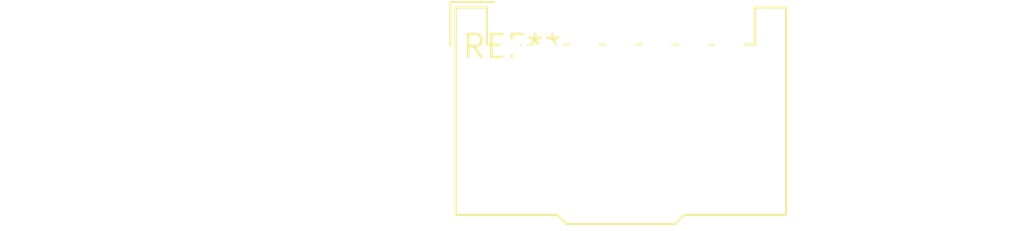
<source format=kicad_pcb>
(kicad_pcb (version 20240108) (generator pcbnew)
  (layers (0 "F.Cu" signal) (31 "B.Cu" signal) (34 "B.Paste" user) (35 "F.Paste" user) (36 "B.SilkS" user "B.Silkscreen") (37 "F.SilkS" user "F.Silkscreen") (38 "B.Mask" user) (39 "F.Mask" user) (44 "Edge.Cuts" user))
  (net 0 "")
  (footprint "Molex_MicroClasp_55935-0730_1x07_P2.00mm_Horizontal" (layer "F.Cu") (at 0 0)
    (property "Reference" "REF**")
    (property "Value" "Molex_MicroClasp_55935-0730_1x07_P2.00mm_Horizontal")
    (fp_line (start -3.41 -2.46) (end -1 -2.46) (layer "F.SilkS") (stroke (width 0.12)))
    (fp_line (start -3.41 -0.05) (end -3.41 -2.46) (layer "F.SilkS") (stroke (width 0.12)))
    (fp_line (start -3.11 -2.16) (end -1.39 -2.16) (layer "F.SilkS") (stroke (width 0.12)))
    (fp_line (start -3.11 9.31) (end -3.11 -2.16) (layer "F.SilkS") (stroke (width 0.12)))
    (fp_line (start -1.39 -2.16) (end -1.39 -0.11) (layer "F.SilkS") (stroke (width 0.12)))
    (fp_line (start -1.39 -0.11) (end -0.86 -0.11) (layer "F.SilkS") (stroke (width 0.12)))
    (fp_line (start 0.86 -0.11) (end 1.14 -0.11) (layer "F.SilkS") (stroke (width 0.12)))
    (fp_line (start 2.5 9.31) (end -3.11 9.31) (layer "F.SilkS") (stroke (width 0.12)))
    (fp_line (start 2.86 -0.11) (end 3.14 -0.11) (layer "F.SilkS") (stroke (width 0.12)))
    (fp_line (start 3 9.81) (end 2.5 9.31) (layer "F.SilkS") (stroke (width 0.12)))
    (fp_line (start 4.86 -0.11) (end 5.14 -0.11) (layer "F.SilkS") (stroke (width 0.12)))
    (fp_line (start 6 9.81) (end 3 9.81) (layer "F.SilkS") (stroke (width 0.12)))
    (fp_line (start 6 9.81) (end 9 9.81) (layer "F.SilkS") (stroke (width 0.12)))
    (fp_line (start 6.86 -0.11) (end 7.14 -0.11) (layer "F.SilkS") (stroke (width 0.12)))
    (fp_line (start 8.86 -0.11) (end 9.14 -0.11) (layer "F.SilkS") (stroke (width 0.12)))
    (fp_line (start 9 9.81) (end 9.5 9.31) (layer "F.SilkS") (stroke (width 0.12)))
    (fp_line (start 9.5 9.31) (end 15.11 9.31) (layer "F.SilkS") (stroke (width 0.12)))
    (fp_line (start 10.86 -0.11) (end 11.14 -0.11) (layer "F.SilkS") (stroke (width 0.12)))
    (fp_line (start 13.39 -2.16) (end 13.39 -0.11) (layer "F.SilkS") (stroke (width 0.12)))
    (fp_line (start 13.39 -0.11) (end 12.86 -0.11) (layer "F.SilkS") (stroke (width 0.12)))
    (fp_line (start 15.11 -2.16) (end 13.39 -2.16) (layer "F.SilkS") (stroke (width 0.12)))
    (fp_line (start 15.11 9.31) (end 15.11 -2.16) (layer "F.SilkS") (stroke (width 0.12)))
    (pad "1" thru_hole roundrect (at 0 0) (size 1.2 1.8) (drill 0.8) (layers *.Cu *.Mask) (remove_unused_layers) (roundrect_rratio 0.208333))
    (pad "2" thru_hole oval (at 2 0) (size 1.2 1.8) (drill 0.8) (layers *.Cu *.Mask) (remove_unused_layers))
    (pad "3" thru_hole oval (at 4 0) (size 1.2 1.8) (drill 0.8) (layers *.Cu *.Mask) (remove_unused_layers))
    (pad "4" thru_hole oval (at 6 0) (size 1.2 1.8) (drill 0.8) (layers *.Cu *.Mask) (remove_unused_layers))
    (pad "5" thru_hole oval (at 8 0) (size 1.2 1.8) (drill 0.8) (layers *.Cu *.Mask) (remove_unused_layers))
    (pad "6" thru_hole oval (at 10 0) (size 1.2 1.8) (drill 0.8) (layers *.Cu *.Mask) (remove_unused_layers))
    (pad "7" thru_hole oval (at 12 0) (size 1.2 1.8) (drill 0.8) (layers *.Cu *.Mask) (remove_unused_layers))
  )
)
</source>
